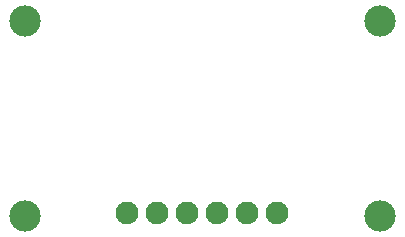
<source format=gbr>
G04 EAGLE Gerber RS-274X export*
G75*
%MOMM*%
%FSLAX34Y34*%
%LPD*%
%INSoldermask Top*%
%IPPOS*%
%AMOC8*
5,1,8,0,0,1.08239X$1,22.5*%
G01*
%ADD10C,2.652400*%
%ADD11C,1.930400*%


D10*
X20000Y20000D03*
X20000Y185000D03*
X320000Y185000D03*
X320000Y20000D03*
D11*
X233500Y22540D03*
X208100Y22540D03*
X182700Y22540D03*
X157300Y22540D03*
X131900Y22540D03*
X106500Y22540D03*
M02*

</source>
